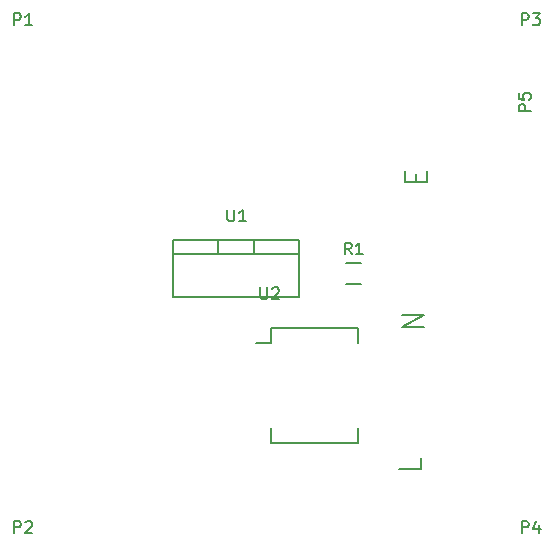
<source format=gto>
G04 #@! TF.FileFunction,Legend,Top*
%FSLAX46Y46*%
G04 Gerber Fmt 4.6, Leading zero omitted, Abs format (unit mm)*
G04 Created by KiCad (PCBNEW 4.0.1-stable) date 3/5/2016 3:38:05 PM*
%MOMM*%
G01*
G04 APERTURE LIST*
%ADD10C,0.150000*%
G04 APERTURE END LIST*
D10*
X19558000Y-17145000D02*
X19558000Y-18288000D01*
X22606000Y-17145000D02*
X22606000Y-18288000D01*
X26416000Y-18288000D02*
X26416000Y-21971000D01*
X26416000Y-21971000D02*
X15748000Y-21971000D01*
X15748000Y-21971000D02*
X15748000Y-18288000D01*
X26416000Y-17145000D02*
X26416000Y-18288000D01*
X26416000Y-18288000D02*
X15748000Y-18288000D01*
X15748000Y-18288000D02*
X15748000Y-17145000D01*
X21082000Y-17145000D02*
X15748000Y-17145000D01*
X21082000Y-17145000D02*
X26416000Y-17145000D01*
X31600000Y-20875000D02*
X30400000Y-20875000D01*
X30400000Y-19125000D02*
X31600000Y-19125000D01*
X24011000Y-24629000D02*
X24011000Y-25899000D01*
X31361000Y-24629000D02*
X31361000Y-25899000D01*
X31361000Y-34299000D02*
X31361000Y-33029000D01*
X24011000Y-34299000D02*
X24011000Y-33029000D01*
X24011000Y-24629000D02*
X31361000Y-24629000D01*
X24011000Y-34299000D02*
X31361000Y-34299000D01*
X24011000Y-25899000D02*
X22726000Y-25899000D01*
X20320095Y-14565381D02*
X20320095Y-15374905D01*
X20367714Y-15470143D01*
X20415333Y-15517762D01*
X20510571Y-15565381D01*
X20701048Y-15565381D01*
X20796286Y-15517762D01*
X20843905Y-15470143D01*
X20891524Y-15374905D01*
X20891524Y-14565381D01*
X21891524Y-15565381D02*
X21320095Y-15565381D01*
X21605809Y-15565381D02*
X21605809Y-14565381D01*
X21510571Y-14708238D01*
X21415333Y-14803476D01*
X21320095Y-14851095D01*
X30833334Y-18352381D02*
X30500000Y-17876190D01*
X30261905Y-18352381D02*
X30261905Y-17352381D01*
X30642858Y-17352381D01*
X30738096Y-17400000D01*
X30785715Y-17447619D01*
X30833334Y-17542857D01*
X30833334Y-17685714D01*
X30785715Y-17780952D01*
X30738096Y-17828571D01*
X30642858Y-17876190D01*
X30261905Y-17876190D01*
X31785715Y-18352381D02*
X31214286Y-18352381D01*
X31500000Y-18352381D02*
X31500000Y-17352381D01*
X31404762Y-17495238D01*
X31309524Y-17590476D01*
X31214286Y-17638095D01*
X23114095Y-21156381D02*
X23114095Y-21965905D01*
X23161714Y-22061143D01*
X23209333Y-22108762D01*
X23304571Y-22156381D01*
X23495048Y-22156381D01*
X23590286Y-22108762D01*
X23637905Y-22061143D01*
X23685524Y-21965905D01*
X23685524Y-21156381D01*
X24114095Y-21251619D02*
X24161714Y-21204000D01*
X24256952Y-21156381D01*
X24495048Y-21156381D01*
X24590286Y-21204000D01*
X24637905Y-21251619D01*
X24685524Y-21346857D01*
X24685524Y-21442095D01*
X24637905Y-21584952D01*
X24066476Y-22156381D01*
X24685524Y-22156381D01*
X2261905Y1048499D02*
X2261905Y2048499D01*
X2642858Y2048499D01*
X2738096Y2000880D01*
X2785715Y1953261D01*
X2833334Y1858023D01*
X2833334Y1715166D01*
X2785715Y1619928D01*
X2738096Y1572309D01*
X2642858Y1524690D01*
X2261905Y1524690D01*
X3785715Y1048499D02*
X3214286Y1048499D01*
X3500000Y1048499D02*
X3500000Y2048499D01*
X3404762Y1905642D01*
X3309524Y1810404D01*
X3214286Y1762785D01*
X2261905Y-41951501D02*
X2261905Y-40951501D01*
X2642858Y-40951501D01*
X2738096Y-40999120D01*
X2785715Y-41046739D01*
X2833334Y-41141977D01*
X2833334Y-41284834D01*
X2785715Y-41380072D01*
X2738096Y-41427691D01*
X2642858Y-41475310D01*
X2261905Y-41475310D01*
X3214286Y-41046739D02*
X3261905Y-40999120D01*
X3357143Y-40951501D01*
X3595239Y-40951501D01*
X3690477Y-40999120D01*
X3738096Y-41046739D01*
X3785715Y-41141977D01*
X3785715Y-41237215D01*
X3738096Y-41380072D01*
X3166667Y-41951501D01*
X3785715Y-41951501D01*
X45261905Y1048499D02*
X45261905Y2048499D01*
X45642858Y2048499D01*
X45738096Y2000880D01*
X45785715Y1953261D01*
X45833334Y1858023D01*
X45833334Y1715166D01*
X45785715Y1619928D01*
X45738096Y1572309D01*
X45642858Y1524690D01*
X45261905Y1524690D01*
X46166667Y2048499D02*
X46785715Y2048499D01*
X46452381Y1667547D01*
X46595239Y1667547D01*
X46690477Y1619928D01*
X46738096Y1572309D01*
X46785715Y1477070D01*
X46785715Y1238975D01*
X46738096Y1143737D01*
X46690477Y1096118D01*
X46595239Y1048499D01*
X46309524Y1048499D01*
X46214286Y1096118D01*
X46166667Y1143737D01*
X45261905Y-41951501D02*
X45261905Y-40951501D01*
X45642858Y-40951501D01*
X45738096Y-40999120D01*
X45785715Y-41046739D01*
X45833334Y-41141977D01*
X45833334Y-41284834D01*
X45785715Y-41380072D01*
X45738096Y-41427691D01*
X45642858Y-41475310D01*
X45261905Y-41475310D01*
X46690477Y-41284834D02*
X46690477Y-41951501D01*
X46452381Y-40903882D02*
X46214286Y-41618168D01*
X46833334Y-41618168D01*
X45992381Y-6196095D02*
X44992381Y-6196095D01*
X44992381Y-5815142D01*
X45040000Y-5719904D01*
X45087619Y-5672285D01*
X45182857Y-5624666D01*
X45325714Y-5624666D01*
X45420952Y-5672285D01*
X45468571Y-5719904D01*
X45516190Y-5815142D01*
X45516190Y-6196095D01*
X44992381Y-4719904D02*
X44992381Y-5196095D01*
X45468571Y-5243714D01*
X45420952Y-5196095D01*
X45373333Y-5100857D01*
X45373333Y-4862761D01*
X45420952Y-4767523D01*
X45468571Y-4719904D01*
X45563810Y-4672285D01*
X45801905Y-4672285D01*
X45897143Y-4719904D01*
X45944762Y-4767523D01*
X45992381Y-4862761D01*
X45992381Y-5100857D01*
X45944762Y-5196095D01*
X45897143Y-5243714D01*
X36259929Y-12216214D02*
X36259929Y-11581214D01*
X37257786Y-11309071D02*
X37257786Y-12216214D01*
X35352786Y-12216214D01*
X35352786Y-11309071D01*
X37003786Y-24544286D02*
X35098786Y-24544286D01*
X37003786Y-23455714D01*
X35098786Y-23455714D01*
X36749786Y-35602357D02*
X36749786Y-36509500D01*
X34844786Y-36509500D01*
M02*

</source>
